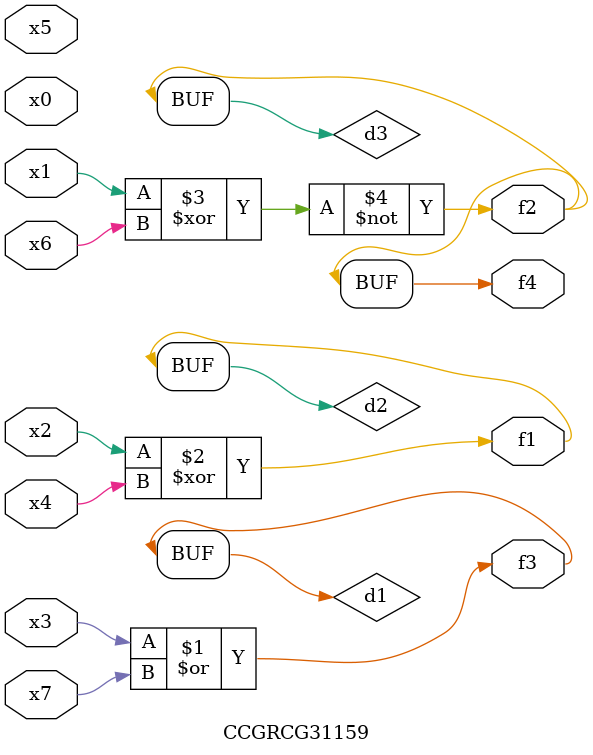
<source format=v>
module CCGRCG31159(
	input x0, x1, x2, x3, x4, x5, x6, x7,
	output f1, f2, f3, f4
);

	wire d1, d2, d3;

	or (d1, x3, x7);
	xor (d2, x2, x4);
	xnor (d3, x1, x6);
	assign f1 = d2;
	assign f2 = d3;
	assign f3 = d1;
	assign f4 = d3;
endmodule

</source>
